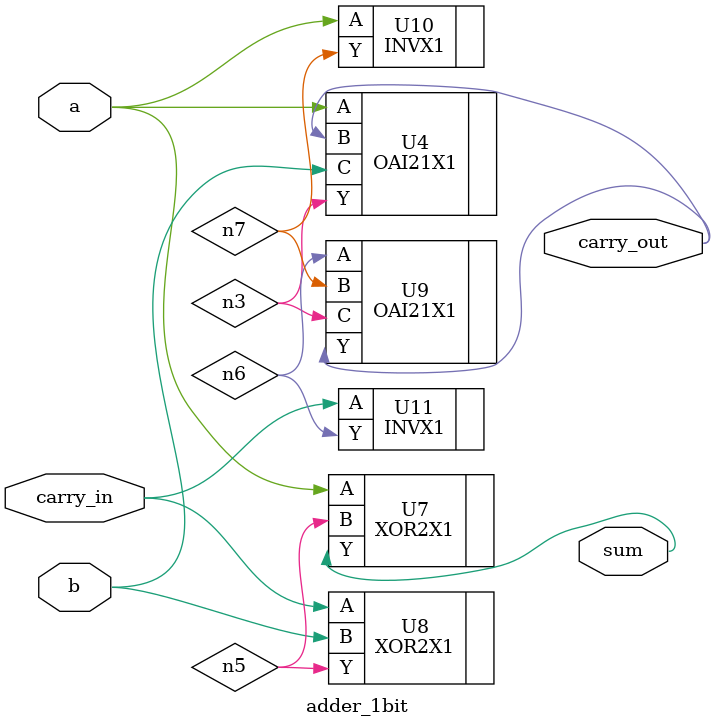
<source format=v>


module adder_1bit ( a, b, carry_in, sum, carry_out );
  input a, b, carry_in;
  output sum, carry_out;
  wire   n3, n5, n6, n7;

  OAI21X1 U4 ( .A(a), .B(carry_out), .C(b), .Y(n3) );
  XOR2X1 U7 ( .A(a), .B(n5), .Y(sum) );
  XOR2X1 U8 ( .A(carry_in), .B(b), .Y(n5) );
  OAI21X1 U9 ( .A(n6), .B(n7), .C(n3), .Y(carry_out) );
  INVX1 U10 ( .A(a), .Y(n7) );
  INVX1 U11 ( .A(carry_in), .Y(n6) );
endmodule


</source>
